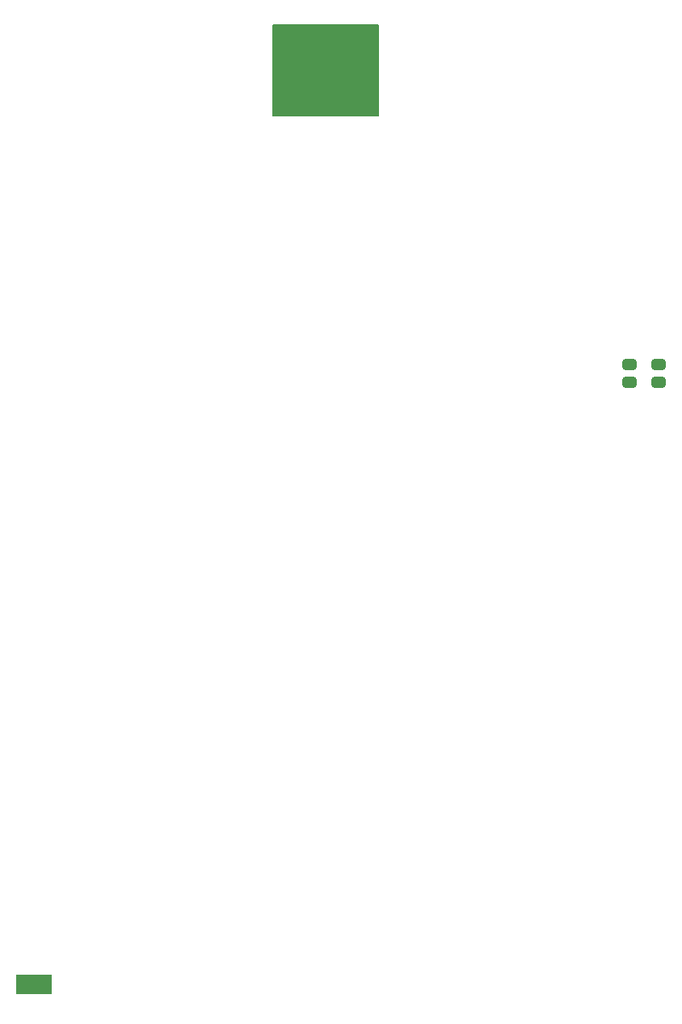
<source format=gbs>
G04 #@! TF.GenerationSoftware,KiCad,Pcbnew,(6.0.10)*
G04 #@! TF.CreationDate,2023-01-02T23:38:31+01:00*
G04 #@! TF.ProjectId,arisu,61726973-752e-46b6-9963-61645f706362,1.1*
G04 #@! TF.SameCoordinates,Original*
G04 #@! TF.FileFunction,Soldermask,Bot*
G04 #@! TF.FilePolarity,Negative*
%FSLAX46Y46*%
G04 Gerber Fmt 4.6, Leading zero omitted, Abs format (unit mm)*
G04 Created by KiCad (PCBNEW (6.0.10)) date 2023-01-02 23:38:31*
%MOMM*%
%LPD*%
G01*
G04 APERTURE LIST*
G04 Aperture macros list*
%AMRoundRect*
0 Rectangle with rounded corners*
0 $1 Rounding radius*
0 $2 $3 $4 $5 $6 $7 $8 $9 X,Y pos of 4 corners*
0 Add a 4 corners polygon primitive as box body*
4,1,4,$2,$3,$4,$5,$6,$7,$8,$9,$2,$3,0*
0 Add four circle primitives for the rounded corners*
1,1,$1+$1,$2,$3*
1,1,$1+$1,$4,$5*
1,1,$1+$1,$6,$7*
1,1,$1+$1,$8,$9*
0 Add four rect primitives between the rounded corners*
20,1,$1+$1,$2,$3,$4,$5,0*
20,1,$1+$1,$4,$5,$6,$7,0*
20,1,$1+$1,$6,$7,$8,$9,0*
20,1,$1+$1,$8,$9,$2,$3,0*%
G04 Aperture macros list end*
%ADD10C,0.150000*%
%ADD11RoundRect,0.301000X0.450000X-0.262500X0.450000X0.262500X-0.450000X0.262500X-0.450000X-0.262500X0*%
%ADD12RoundRect,0.051000X-0.500000X1.000000X-0.500000X-1.000000X0.500000X-1.000000X0.500000X1.000000X0*%
G04 APERTURE END LIST*
D10*
X375639999Y-223000001D02*
X386639999Y-223000001D01*
X386639999Y-223000001D02*
X386639999Y-213500001D01*
X386639999Y-213500001D02*
X375639999Y-213500001D01*
X375639999Y-213500001D02*
X375639999Y-223000001D01*
G36*
X375639999Y-223000001D02*
G01*
X386639999Y-223000001D01*
X386639999Y-213500001D01*
X375639999Y-213500001D01*
X375639999Y-223000001D01*
G37*
X375639999Y-223000001D02*
X386639999Y-223000001D01*
X386639999Y-223000001D02*
X386639999Y-213500001D01*
X386639999Y-213500001D02*
X375639999Y-213500001D01*
X375639999Y-213500001D02*
X375639999Y-223000001D01*
G36*
X375639999Y-223000001D02*
G01*
X386639999Y-223000001D01*
X386639999Y-213500001D01*
X375639999Y-213500001D01*
X375639999Y-223000001D01*
G37*
X375639999Y-223000001D02*
X386639999Y-223000001D01*
X386639999Y-223000001D02*
X386639999Y-213500001D01*
X386639999Y-213500001D02*
X375639999Y-213500001D01*
X375639999Y-213500001D02*
X375639999Y-223000001D01*
G36*
X375639999Y-223000001D02*
G01*
X386639999Y-223000001D01*
X386639999Y-213500001D01*
X375639999Y-213500001D01*
X375639999Y-223000001D01*
G37*
X375639999Y-223000001D02*
X386639999Y-223000001D01*
X386639999Y-223000001D02*
X386639999Y-213500001D01*
X386639999Y-213500001D02*
X375639999Y-213500001D01*
X375639999Y-213500001D02*
X375639999Y-223000001D01*
G36*
X375639999Y-223000001D02*
G01*
X386639999Y-223000001D01*
X386639999Y-213500001D01*
X375639999Y-213500001D01*
X375639999Y-223000001D01*
G37*
D11*
X413000000Y-250912500D03*
X413000000Y-249087500D03*
D12*
X349269999Y-314000000D03*
X350539999Y-314000000D03*
X351809999Y-314000000D03*
D11*
X416000000Y-250912500D03*
X416000000Y-249087500D03*
G36*
X351080659Y-312967494D02*
G01*
X351088319Y-312972612D01*
X351088491Y-312972740D01*
X351125945Y-313004040D01*
X351194660Y-313012671D01*
X351257290Y-312982707D01*
X351264799Y-312974040D01*
X351266689Y-312973386D01*
X351268201Y-312974696D01*
X351267974Y-312976461D01*
X351264766Y-312981262D01*
X351260999Y-313000199D01*
X351260999Y-314999801D01*
X351264766Y-315018737D01*
X351272113Y-315029732D01*
X351272244Y-315031727D01*
X351270581Y-315032839D01*
X351269339Y-315032506D01*
X351261679Y-315027388D01*
X351261507Y-315027260D01*
X351224053Y-314995960D01*
X351155338Y-314987329D01*
X351092708Y-315017293D01*
X351085199Y-315025960D01*
X351083309Y-315026614D01*
X351081797Y-315025304D01*
X351082024Y-315023539D01*
X351085232Y-315018738D01*
X351088999Y-314999801D01*
X351088999Y-313000199D01*
X351085232Y-312981263D01*
X351077885Y-312970268D01*
X351077754Y-312968273D01*
X351079417Y-312967161D01*
X351080659Y-312967494D01*
G37*
G36*
X349810659Y-312967494D02*
G01*
X349818319Y-312972612D01*
X349818491Y-312972740D01*
X349855945Y-313004040D01*
X349924660Y-313012671D01*
X349987290Y-312982707D01*
X349994799Y-312974040D01*
X349996689Y-312973386D01*
X349998201Y-312974696D01*
X349997974Y-312976461D01*
X349994766Y-312981262D01*
X349990999Y-313000199D01*
X349990999Y-314999801D01*
X349994766Y-315018737D01*
X350002113Y-315029732D01*
X350002244Y-315031727D01*
X350000581Y-315032839D01*
X349999339Y-315032506D01*
X349991679Y-315027388D01*
X349991507Y-315027260D01*
X349954053Y-314995960D01*
X349885338Y-314987329D01*
X349822708Y-315017293D01*
X349815199Y-315025960D01*
X349813309Y-315026614D01*
X349811797Y-315025304D01*
X349812024Y-315023539D01*
X349815232Y-315018738D01*
X349818999Y-314999801D01*
X349818999Y-313000199D01*
X349815232Y-312981263D01*
X349807885Y-312970268D01*
X349807754Y-312968273D01*
X349809417Y-312967161D01*
X349810659Y-312967494D01*
G37*
M02*

</source>
